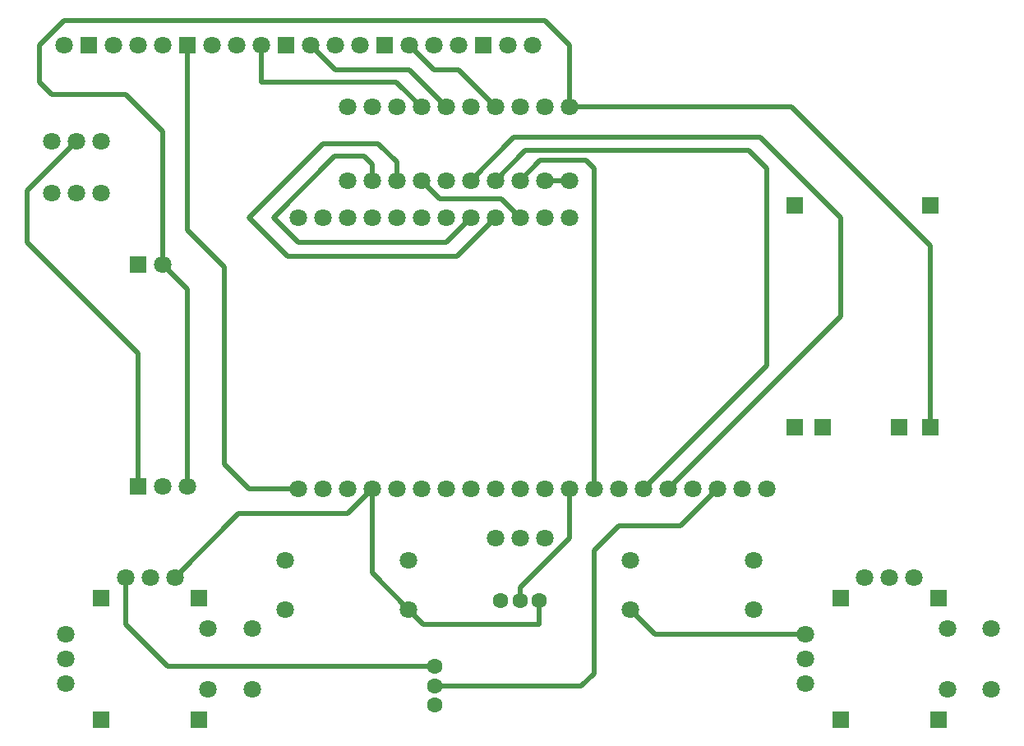
<source format=gbl>
%TF.GenerationSoftware,KiCad,Pcbnew,9.0.0*%
%TF.CreationDate,2025-03-19T00:30:10-07:00*%
%TF.ProjectId,remote,72656d6f-7465-42e6-9b69-6361645f7063,v0.3*%
%TF.SameCoordinates,Original*%
%TF.FileFunction,Copper,L2,Bot*%
%TF.FilePolarity,Positive*%
%FSLAX46Y46*%
G04 Gerber Fmt 4.6, Leading zero omitted, Abs format (unit mm)*
G04 Created by KiCad (PCBNEW 9.0.0) date 2025-03-19 00:30:10*
%MOMM*%
%LPD*%
G01*
G04 APERTURE LIST*
%TA.AperFunction,ComponentPad*%
%ADD10C,1.600000*%
%TD*%
%TA.AperFunction,ComponentPad*%
%ADD11C,1.800000*%
%TD*%
%TA.AperFunction,ComponentPad*%
%ADD12R,1.800000X1.800000*%
%TD*%
%TA.AperFunction,Conductor*%
%ADD13C,0.500000*%
%TD*%
%TA.AperFunction,Conductor*%
%ADD14C,0.300000*%
%TD*%
G04 APERTURE END LIST*
D10*
%TO.P,MINI_THUNSTICK1,1,-*%
%TO.N,Net-(BUTTON1-S1_2)*%
X141060000Y-129019000D03*
%TO.P,MINI_THUNSTICK1,2,X*%
%TO.N,Net-(ESP32_UWB1-IO35)*%
X141060000Y-127019000D03*
%TO.P,MINI_THUNSTICK1,3,+*%
%TO.N,Net-(ESP32_UWB1-3V3)*%
X141060000Y-125019000D03*
%TO.P,MINI_THUNSTICK1,4,-*%
%TO.N,Net-(BUTTON1-S1_2)*%
X151860000Y-118219000D03*
%TO.P,MINI_THUNSTICK1,5,Y*%
%TO.N,Net-(ESP32_UWB1-IO25)*%
X149860000Y-118219000D03*
%TO.P,MINI_THUNSTICK1,6,+*%
%TO.N,Net-(ESP32_UWB1-3V3)*%
X147860000Y-118219000D03*
%TD*%
D11*
%TO.P,RGB_LED4,1,R*%
%TO.N,Net-(RGB_LED4-R)*%
X133350000Y-60979000D03*
D12*
%TO.P,RGB_LED4,2,VCC*%
%TO.N,Net-(ESP32_UWB1-3V3)*%
X135890000Y-60979000D03*
D11*
%TO.P,RGB_LED4,3,G*%
%TO.N,Net-(RGB_LED4-G)*%
X138430000Y-60979000D03*
%TO.P,RGB_LED4,4,B*%
%TO.N,unconnected-(RGB_LED4-B-Pad4)*%
X140970000Y-60979000D03*
%TD*%
%TO.P,R8,1*%
%TO.N,Net-(ESP32_UWB1-IO26)*%
X149860000Y-74949000D03*
%TO.P,R8,2*%
%TO.N,Net-(RGB_LED5-B)*%
X149860000Y-67329000D03*
%TD*%
%TO.P,R2,1*%
%TO.N,Net-(ESP32_UWB1-IO16)*%
X134620000Y-74949000D03*
%TO.P,R2,2*%
%TO.N,Net-(RGB_LED1-G)*%
X134620000Y-67329000D03*
%TD*%
D12*
%TO.P,THUMBSTICK1,*%
%TO.N,*%
X192980000Y-130480058D03*
X192980000Y-117980058D03*
X182880000Y-130480058D03*
X182880000Y-117980058D03*
D11*
%TO.P,THUMBSTICK1,1,-*%
%TO.N,unconnected-(THUMBSTICK1---Pad1)*%
X190470000Y-115830058D03*
%TO.P,THUMBSTICK1,2,X*%
%TO.N,unconnected-(THUMBSTICK1-X-Pad2)*%
X187930000Y-115830058D03*
%TO.P,THUMBSTICK1,3,+*%
%TO.N,unconnected-(THUMBSTICK1-+-Pad3)*%
X185390000Y-115830058D03*
%TO.P,THUMBSTICK1,4,-*%
%TO.N,Net-(BUTTON1-S1_2)*%
X179230000Y-121690058D03*
%TO.P,THUMBSTICK1,5,Y*%
%TO.N,Net-(ESP32_UWB1-IO36)*%
X179230000Y-124230058D03*
%TO.P,THUMBSTICK1,6,+*%
%TO.N,Net-(ESP32_UWB1-3V3)*%
X179230000Y-126770058D03*
%TO.P,THUMBSTICK1,7,S1_1*%
%TO.N,unconnected-(THUMBSTICK1-S1_1-Pad7)*%
X193880000Y-127380058D03*
%TO.P,THUMBSTICK1,8,S1_2*%
%TO.N,unconnected-(THUMBSTICK1-S1_2-Pad8)*%
X198430000Y-127380058D03*
%TO.P,THUMBSTICK1,9,S2_1*%
%TO.N,unconnected-(THUMBSTICK1-S2_1-Pad9)*%
X193880000Y-121080058D03*
%TO.P,THUMBSTICK1,10,S2_2*%
%TO.N,unconnected-(THUMBSTICK1-S2_2-Pad10)*%
X198430000Y-121080058D03*
%TD*%
%TO.P,R4,1*%
%TO.N,Net-(ESP32_UWB1-IO21)*%
X139700000Y-74949000D03*
%TO.P,R4,2*%
%TO.N,Net-(RGB_LED3-R)*%
X139700000Y-67329000D03*
%TD*%
%TO.P,R9,1*%
%TO.N,Net-(ESP32_UWB1-IO39)*%
X152400000Y-74949000D03*
%TO.P,R9,2*%
%TO.N,Net-(5V_DC_DC_CONVERTER1-IN_+)*%
X152400000Y-67329000D03*
%TD*%
%TO.P,ESP32_UWB1,1,3V3*%
%TO.N,Net-(ESP32_UWB1-3V3)*%
X127000000Y-106699000D03*
%TO.P,ESP32_UWB1,2,GND*%
%TO.N,Net-(ESP32_UWB1-GND-Pad2)*%
X129540000Y-106699000D03*
%TO.P,ESP32_UWB1,3,RST*%
%TO.N,unconnected-(ESP32_UWB1-RST-Pad3)*%
X132080000Y-106699000D03*
%TO.P,ESP32_UWB1,4,GND*%
%TO.N,Net-(BUTTON1-S1_2)*%
X134620000Y-106699000D03*
%TO.P,ESP32_UWB1,5,IO2*%
%TO.N,Net-(ESP32_UWB1-IO2)*%
X137160000Y-106699000D03*
%TO.P,ESP32_UWB1,6,IO12*%
%TO.N,Net-(ESP32_UWB1-IO12)*%
X139700000Y-106699000D03*
%TO.P,ESP32_UWB1,7,IO13*%
%TO.N,Net-(BUTTON2-S2_1)*%
X142240000Y-106699000D03*
%TO.P,ESP32_UWB1,8,IO14*%
%TO.N,Net-(ESP32_UWB1-IO14)*%
X144780000Y-106699000D03*
%TO.P,ESP32_UWB1,9,IO15*%
%TO.N,Net-(BUTTON1-S1_1)*%
X147320000Y-106699000D03*
%TO.P,ESP32_UWB1,10,IO18*%
%TO.N,unconnected-(ESP32_UWB1-IO18-Pad10)*%
X149860000Y-106699000D03*
%TO.P,ESP32_UWB1,11,IO19*%
%TO.N,unconnected-(ESP32_UWB1-IO19-Pad11)*%
X152400000Y-106699000D03*
%TO.P,ESP32_UWB1,12,IO25*%
%TO.N,Net-(ESP32_UWB1-IO25)*%
X154940000Y-106699000D03*
%TO.P,ESP32_UWB1,13,IO26*%
%TO.N,Net-(ESP32_UWB1-IO26)*%
X157480000Y-106699000D03*
%TO.P,ESP32_UWB1,14,IO27*%
%TO.N,unconnected-(ESP32_UWB1-IO27-Pad14)*%
X160020000Y-106699000D03*
%TO.P,ESP32_UWB1,15,IO32*%
%TO.N,Net-(ESP32_UWB1-IO32)*%
X162560000Y-106699000D03*
%TO.P,ESP32_UWB1,16,IO33*%
%TO.N,Net-(ESP32_UWB1-IO33)*%
X165100000Y-106699000D03*
%TO.P,ESP32_UWB1,17,IO34*%
%TO.N,unconnected-(ESP32_UWB1-IO34-Pad17)*%
X167640000Y-106699000D03*
%TO.P,ESP32_UWB1,18,IO35*%
%TO.N,Net-(ESP32_UWB1-IO35)*%
X170180000Y-106699000D03*
%TO.P,ESP32_UWB1,19,IO36*%
%TO.N,Net-(ESP32_UWB1-IO36)*%
X172720000Y-106699000D03*
%TO.P,ESP32_UWB1,20,IO39*%
%TO.N,Net-(ESP32_UWB1-IO39)*%
X175260000Y-106699000D03*
%TO.P,ESP32_UWB1,21,5V0*%
%TO.N,Net-(5V_DC_DC_CONVERTER1-OUT_+)*%
X127000000Y-78759000D03*
%TO.P,ESP32_UWB1,22,GND*%
%TO.N,Net-(3.7V_BATTERY_CHARGER1-OUT-)*%
X129540000Y-78759000D03*
%TO.P,ESP32_UWB1,23,IO3*%
%TO.N,unconnected-(ESP32_UWB1-IO3-Pad23)*%
X132080000Y-78759000D03*
%TO.P,ESP32_UWB1,24,IO1*%
%TO.N,unconnected-(ESP32_UWB1-IO1-Pad24)*%
X134620000Y-78759000D03*
%TO.P,ESP32_UWB1,25,IO0*%
%TO.N,unconnected-(ESP32_UWB1-IO0-Pad25)*%
X137160000Y-78759000D03*
%TO.P,ESP32_UWB1,26,IO4*%
%TO.N,unconnected-(ESP32_UWB1-IO4-Pad26)*%
X139700000Y-78759000D03*
%TO.P,ESP32_UWB1,27,IO5*%
%TO.N,Net-(ESP32_UWB1-IO5)*%
X142240000Y-78759000D03*
%TO.P,ESP32_UWB1,28,IO16*%
%TO.N,Net-(ESP32_UWB1-IO16)*%
X144780000Y-78759000D03*
%TO.P,ESP32_UWB1,29,IO17*%
%TO.N,Net-(ESP32_UWB1-IO17)*%
X147320000Y-78759000D03*
%TO.P,ESP32_UWB1,30,IO21*%
%TO.N,Net-(ESP32_UWB1-IO21)*%
X149860000Y-78759000D03*
%TO.P,ESP32_UWB1,31,IO22*%
%TO.N,Net-(ESP32_UWB1-IO22)*%
X152400000Y-78759000D03*
%TO.P,ESP32_UWB1,32,IO23*%
%TO.N,unconnected-(ESP32_UWB1-IO23-Pad32)*%
X154940000Y-78759000D03*
%TD*%
%TO.P,ON_OFF_SWITCH1,1*%
%TO.N,unconnected-(ON_OFF_SWITCH1-Pad1)*%
X101600000Y-70890058D03*
%TO.P,ON_OFF_SWITCH1,2*%
%TO.N,Net-(5V_DC_DC_CONVERTER1-IN_+)*%
X104140000Y-70890058D03*
%TO.P,ON_OFF_SWITCH1,3*%
%TO.N,Net-(3.7V_BATTERY_CHARGER1-OUT+)*%
X106680000Y-70890058D03*
%TD*%
%TO.P,R7,1*%
%TO.N,Net-(ESP32_UWB1-IO32)*%
X147320000Y-74949000D03*
%TO.P,R7,2*%
%TO.N,Net-(RGB_LED4-G)*%
X147320000Y-67329000D03*
%TD*%
%TO.P,BUTTON2,1,S1_1*%
%TO.N,unconnected-(BUTTON2-S1_1-Pad1)*%
X125700000Y-114070058D03*
%TO.P,BUTTON2,2,S1_2*%
%TO.N,unconnected-(BUTTON2-S1_2-Pad2)*%
X125700000Y-119150058D03*
%TO.P,BUTTON2,3,S2_1*%
%TO.N,Net-(BUTTON2-S2_1)*%
X138400000Y-114070058D03*
%TO.P,BUTTON2,4,S2_2*%
%TO.N,Net-(BUTTON1-S1_2)*%
X138400000Y-119150058D03*
%TD*%
%TO.P,RGB_LED1,1,R*%
%TO.N,Net-(RGB_LED1-R)*%
X102870000Y-60979000D03*
D12*
%TO.P,RGB_LED1,2,VCC*%
%TO.N,Net-(ESP32_UWB1-3V3)*%
X105410000Y-60979000D03*
D11*
%TO.P,RGB_LED1,3,G*%
%TO.N,Net-(RGB_LED1-G)*%
X107950000Y-60979000D03*
%TO.P,RGB_LED1,4,B*%
%TO.N,unconnected-(RGB_LED1-B-Pad4)*%
X110490000Y-60979000D03*
%TD*%
%TO.P,R1,1*%
%TO.N,Net-(ESP32_UWB1-IO5)*%
X132080000Y-74949000D03*
%TO.P,R1,2*%
%TO.N,Net-(RGB_LED1-R)*%
X132080000Y-67329000D03*
%TD*%
D12*
%TO.P,THUMBSTICK2,*%
%TO.N,*%
X116810000Y-130480058D03*
X116810000Y-117980058D03*
X106710000Y-130480058D03*
X106710000Y-117980058D03*
D11*
%TO.P,THUMBSTICK2,1,-*%
%TO.N,Net-(BUTTON1-S1_2)*%
X114300000Y-115830058D03*
%TO.P,THUMBSTICK2,2,X*%
%TO.N,Net-(ESP32_UWB1-IO2)*%
X111760000Y-115830058D03*
%TO.P,THUMBSTICK2,3,+*%
%TO.N,Net-(ESP32_UWB1-3V3)*%
X109220000Y-115830058D03*
%TO.P,THUMBSTICK2,4,-*%
%TO.N,unconnected-(THUMBSTICK2---Pad4)*%
X103060000Y-121690058D03*
%TO.P,THUMBSTICK2,5,Y*%
%TO.N,unconnected-(THUMBSTICK2-Y-Pad5)*%
X103060000Y-124230058D03*
%TO.P,THUMBSTICK2,6,+*%
%TO.N,unconnected-(THUMBSTICK2-+-Pad6)*%
X103060000Y-126770058D03*
%TO.P,THUMBSTICK2,7,S1_1*%
%TO.N,unconnected-(THUMBSTICK2-S1_1-Pad7)*%
X117710000Y-127380058D03*
%TO.P,THUMBSTICK2,8,S1_2*%
%TO.N,unconnected-(THUMBSTICK2-S1_2-Pad8)*%
X122260000Y-127380058D03*
%TO.P,THUMBSTICK2,9,S2_1*%
%TO.N,unconnected-(THUMBSTICK2-S2_1-Pad9)*%
X117710000Y-121080058D03*
%TO.P,THUMBSTICK2,10,S2_2*%
%TO.N,unconnected-(THUMBSTICK2-S2_2-Pad10)*%
X122260000Y-121080058D03*
%TD*%
D12*
%TO.P,5V_DC_DC_CONVERTER1,1,IN_+*%
%TO.N,Net-(5V_DC_DC_CONVERTER1-IN_+)*%
X110490000Y-106450058D03*
D11*
%TO.P,5V_DC_DC_CONVERTER1,2,CTL*%
%TO.N,unconnected-(5V_DC_DC_CONVERTER1-CTL-Pad2)*%
X113030000Y-106450058D03*
%TO.P,5V_DC_DC_CONVERTER1,3,IN_-*%
%TO.N,Net-(3.7V_BATTERY_CHARGER1-OUT-)*%
X115570000Y-106450058D03*
D12*
%TO.P,5V_DC_DC_CONVERTER1,4,OUT_+*%
%TO.N,Net-(5V_DC_DC_CONVERTER1-OUT_+)*%
X110490000Y-83590058D03*
D11*
%TO.P,5V_DC_DC_CONVERTER1,5,OUT_-*%
%TO.N,Net-(3.7V_BATTERY_CHARGER1-OUT-)*%
X113030000Y-83590058D03*
%TD*%
%TO.P,BUTTON1,1,S1_1*%
%TO.N,Net-(BUTTON1-S1_1)*%
X161260000Y-114070058D03*
%TO.P,BUTTON1,2,S1_2*%
%TO.N,Net-(BUTTON1-S1_2)*%
X161260000Y-119150058D03*
%TO.P,BUTTON1,3,S2_1*%
%TO.N,unconnected-(BUTTON1-S2_1-Pad3)*%
X173960000Y-114070058D03*
%TO.P,BUTTON1,4,S2_2*%
%TO.N,unconnected-(BUTTON1-S2_2-Pad4)*%
X173960000Y-119150058D03*
%TD*%
%TO.P,RGB_LED2,1,R*%
%TO.N,unconnected-(RGB_LED2-R-Pad1)*%
X113030000Y-60979000D03*
D12*
%TO.P,RGB_LED2,2,VCC*%
%TO.N,Net-(ESP32_UWB1-3V3)*%
X115570000Y-60979000D03*
D11*
%TO.P,RGB_LED2,3,G*%
%TO.N,unconnected-(RGB_LED2-G-Pad3)*%
X118110000Y-60979000D03*
%TO.P,RGB_LED2,4,B*%
%TO.N,Net-(RGB_LED2-B)*%
X120650000Y-60979000D03*
%TD*%
%TO.P,R6,1*%
%TO.N,Net-(ESP32_UWB1-IO33)*%
X144780000Y-74949000D03*
%TO.P,R6,2*%
%TO.N,Net-(RGB_LED4-R)*%
X144780000Y-67329000D03*
%TD*%
%TO.P,R10,1*%
%TO.N,Net-(ESP32_UWB1-IO39)*%
X154940000Y-74949000D03*
%TO.P,R10,2*%
%TO.N,Net-(3.7V_BATTERY_CHARGER1-OUT-)*%
X154940000Y-67329000D03*
%TD*%
%TO.P,RGB_LED3,1,R*%
%TO.N,Net-(RGB_LED3-R)*%
X123190000Y-60979000D03*
D12*
%TO.P,RGB_LED3,2,VCC*%
%TO.N,Net-(ESP32_UWB1-3V3)*%
X125730000Y-60979000D03*
D11*
%TO.P,RGB_LED3,3,G*%
%TO.N,Net-(RGB_LED3-G)*%
X128270000Y-60979000D03*
%TO.P,RGB_LED3,4,B*%
%TO.N,unconnected-(RGB_LED3-B-Pad4)*%
X130810000Y-60979000D03*
%TD*%
%TO.P,LOCK_SWITCH1,1*%
%TO.N,unconnected-(LOCK_SWITCH1-Pad1)*%
X147320000Y-111779000D03*
%TO.P,LOCK_SWITCH1,2*%
%TO.N,Net-(ESP32_UWB1-IO14)*%
X149860000Y-111779000D03*
%TO.P,LOCK_SWITCH1,3*%
%TO.N,Net-(BUTTON1-S1_2)*%
X152400000Y-111779000D03*
%TD*%
%TO.P,R3,1*%
%TO.N,Net-(ESP32_UWB1-IO17)*%
X137160000Y-74949000D03*
%TO.P,R3,2*%
%TO.N,Net-(RGB_LED2-B)*%
X137160000Y-67329000D03*
%TD*%
%TO.P,UWB_SELECTOR1,1*%
%TO.N,unconnected-(UWB_SELECTOR1-Pad1)*%
X101600000Y-76200000D03*
%TO.P,UWB_SELECTOR1,2*%
%TO.N,Net-(ESP32_UWB1-GND-Pad2)*%
X104140000Y-76200000D03*
%TO.P,UWB_SELECTOR1,3*%
%TO.N,Net-(ESP32_UWB1-IO12)*%
X106680000Y-76200000D03*
%TD*%
%TO.P,R5,1*%
%TO.N,Net-(ESP32_UWB1-IO22)*%
X142240000Y-74949000D03*
%TO.P,R5,2*%
%TO.N,Net-(RGB_LED3-G)*%
X142240000Y-67329000D03*
%TD*%
%TO.P,RGB_LED5,1,R*%
%TO.N,unconnected-(RGB_LED5-R-Pad1)*%
X143510000Y-60979000D03*
D12*
%TO.P,RGB_LED5,2,VCC*%
%TO.N,Net-(ESP32_UWB1-3V3)*%
X146050000Y-60979000D03*
D11*
%TO.P,RGB_LED5,3,G*%
%TO.N,unconnected-(RGB_LED5-G-Pad3)*%
X148590000Y-60979000D03*
%TO.P,RGB_LED5,4,B*%
%TO.N,Net-(RGB_LED5-B)*%
X151130000Y-60979000D03*
%TD*%
D12*
%TO.P,3.7V_BATTERY_CHARGER1,1,+*%
%TO.N,unconnected-(3.7V_BATTERY_CHARGER1-+-Pad1)*%
X178175000Y-77470000D03*
%TO.P,3.7V_BATTERY_CHARGER1,2,-*%
%TO.N,unconnected-(3.7V_BATTERY_CHARGER1---Pad2)*%
X192145000Y-77470000D03*
%TO.P,3.7V_BATTERY_CHARGER1,3,OUT+*%
%TO.N,Net-(3.7V_BATTERY_CHARGER1-OUT+)*%
X178175000Y-100330000D03*
%TO.P,3.7V_BATTERY_CHARGER1,4,B+*%
%TO.N,unconnected-(3.7V_BATTERY_CHARGER1-B+-Pad4)*%
X181075000Y-100330000D03*
%TO.P,3.7V_BATTERY_CHARGER1,5,B-*%
%TO.N,unconnected-(3.7V_BATTERY_CHARGER1-B--Pad5)*%
X188945000Y-100330000D03*
%TO.P,3.7V_BATTERY_CHARGER1,6,OUT-*%
%TO.N,Net-(3.7V_BATTERY_CHARGER1-OUT-)*%
X192145000Y-100330000D03*
%TD*%
D13*
%TO.N,Net-(ESP32_UWB1-IO25)*%
X149860000Y-118219000D02*
X149860000Y-116840000D01*
X149860000Y-116840000D02*
X154940000Y-111760000D01*
X154940000Y-111760000D02*
X154940000Y-106699000D01*
%TO.N,Net-(BUTTON1-S1_2)*%
X151860000Y-118219000D02*
X151860000Y-120650000D01*
X151860000Y-120650000D02*
X139899942Y-120650000D01*
X139899942Y-120650000D02*
X138400000Y-119150058D01*
%TO.N,Net-(3.7V_BATTERY_CHARGER1-OUT-)*%
X115570000Y-86130058D02*
X115570000Y-106450058D01*
X102870000Y-58420000D02*
X152400000Y-58420000D01*
X113030000Y-83590058D02*
X115570000Y-86130058D01*
X192145000Y-81655000D02*
X177819000Y-67329000D01*
X152400000Y-58420000D02*
X154940000Y-60960000D01*
X109220000Y-66040000D02*
X101600000Y-66040000D01*
X192145000Y-100330000D02*
X192145000Y-81655000D01*
X101600000Y-66040000D02*
X100330000Y-64770000D01*
X154940000Y-60960000D02*
X154940000Y-67329000D01*
X100330000Y-64770000D02*
X100330000Y-60960000D01*
X113030000Y-83590058D02*
X113030000Y-69850000D01*
X113030000Y-69850000D02*
X109220000Y-66040000D01*
X100330000Y-60960000D02*
X102870000Y-58420000D01*
X177819000Y-67329000D02*
X154940000Y-67329000D01*
%TO.N,Net-(5V_DC_DC_CONVERTER1-IN_+)*%
X110490000Y-92710000D02*
X110490000Y-106450058D01*
X99060000Y-81280000D02*
X110490000Y-92710000D01*
X104140000Y-70890058D02*
X99060000Y-75970058D01*
X99060000Y-75970058D02*
X99060000Y-81280000D01*
%TO.N,Net-(ESP32_UWB1-3V3)*%
X115570000Y-80010000D02*
X119380000Y-83820000D01*
X109220000Y-120650000D02*
X113589000Y-125019000D01*
X115570000Y-60979000D02*
X115570000Y-80010000D01*
X113589000Y-125019000D02*
X141060000Y-125019000D01*
X121939000Y-106699000D02*
X127000000Y-106699000D01*
X119380000Y-83820000D02*
X119380000Y-104140000D01*
X109220000Y-115830058D02*
X109220000Y-120650000D01*
X119380000Y-104140000D02*
X121939000Y-106699000D01*
%TO.N,Net-(ESP32_UWB1-IO39)*%
X152400000Y-74949000D02*
X154940000Y-74949000D01*
%TO.N,Net-(ESP32_UWB1-IO17)*%
X143365313Y-82713687D02*
X147320000Y-78759000D01*
X129540000Y-71120000D02*
X121920000Y-78740000D01*
X137160000Y-74949000D02*
X137160000Y-73034500D01*
X121920000Y-78740000D02*
X125893687Y-82713687D01*
X125893687Y-82713687D02*
X143365313Y-82713687D01*
X135245500Y-71120000D02*
X129540000Y-71120000D01*
X137160000Y-73034500D02*
X135245500Y-71120000D01*
%TO.N,Net-(ESP32_UWB1-IO21)*%
X149860000Y-78759000D02*
X147955000Y-76854000D01*
X147955000Y-76854000D02*
X141605000Y-76854000D01*
X141605000Y-76854000D02*
X139700000Y-74949000D01*
D14*
%TO.N,Net-(ESP32_UWB1-IO22)*%
X153170818Y-78759000D02*
X152400000Y-78759000D01*
X152899182Y-78759000D02*
X152400000Y-78759000D01*
D13*
%TO.N,Net-(RGB_LED3-R)*%
X123190000Y-64770000D02*
X137141000Y-64770000D01*
X137141000Y-64770000D02*
X139700000Y-67329000D01*
X123190000Y-60979000D02*
X123190000Y-64770000D01*
%TO.N,Net-(RGB_LED3-G)*%
X128270000Y-60979000D02*
X130810000Y-63519000D01*
X138430000Y-63519000D02*
X142240000Y-67329000D01*
X130810000Y-63519000D02*
X138430000Y-63519000D01*
%TO.N,Net-(ESP32_UWB1-IO33)*%
X182880000Y-88919000D02*
X165100000Y-106699000D01*
X182880000Y-78740000D02*
X182880000Y-88919000D01*
X144780000Y-74949000D02*
X149229000Y-70500000D01*
X149229000Y-70500000D02*
X174640000Y-70500000D01*
X174640000Y-70500000D02*
X182880000Y-78740000D01*
%TO.N,Net-(ESP32_UWB1-IO26)*%
X151962940Y-72846060D02*
X156666060Y-72846060D01*
X149860000Y-74949000D02*
X151962940Y-72846060D01*
X156666060Y-72846060D02*
X157480000Y-73660000D01*
X157480000Y-106699000D02*
X157480000Y-73660000D01*
%TO.N,Net-(RGB_LED4-G)*%
X143510000Y-63519000D02*
X147320000Y-67329000D01*
X140970000Y-63519000D02*
X143510000Y-63519000D01*
X138430000Y-60979000D02*
X140970000Y-63519000D01*
%TO.N,Net-(BUTTON1-S1_2)*%
X163800000Y-121690058D02*
X161260000Y-119150058D01*
X179230000Y-121690058D02*
X163800000Y-121690058D01*
X138400000Y-119150058D02*
X134620000Y-115370058D01*
X120891058Y-109239000D02*
X132080000Y-109239000D01*
X134620000Y-115370058D02*
X134620000Y-106699000D01*
X114300000Y-115830058D02*
X120891058Y-109239000D01*
X132080000Y-109239000D02*
X134620000Y-106699000D01*
D14*
X151860000Y-112319000D02*
X152400000Y-111779000D01*
D13*
%TO.N,Net-(ESP32_UWB1-IO35)*%
X156191000Y-127019000D02*
X141060000Y-127019000D01*
X157480000Y-125730000D02*
X156191000Y-127019000D01*
X166389000Y-110490000D02*
X160020000Y-110490000D01*
X160020000Y-110490000D02*
X157480000Y-113030000D01*
X157480000Y-113030000D02*
X157480000Y-125730000D01*
X170180000Y-106699000D02*
X166389000Y-110490000D01*
%TO.N,Net-(ESP32_UWB1-IO32)*%
X175260000Y-73660000D02*
X175260000Y-93999000D01*
X173440000Y-71840000D02*
X175260000Y-73660000D01*
X175260000Y-93999000D02*
X162560000Y-106699000D01*
X150429000Y-71840000D02*
X173440000Y-71840000D01*
X147320000Y-74949000D02*
X150429000Y-71840000D01*
%TO.N,Net-(ESP32_UWB1-IO16)*%
X134620000Y-73228087D02*
X134620000Y-74949000D01*
X127000000Y-81280000D02*
X124460000Y-78740000D01*
X142259000Y-81280000D02*
X127000000Y-81280000D01*
X133802566Y-72410653D02*
X134620000Y-73228087D01*
X124460000Y-78740000D02*
X130789347Y-72410653D01*
X144780000Y-78759000D02*
X142259000Y-81280000D01*
X130789347Y-72410653D02*
X133802566Y-72410653D01*
%TD*%
M02*

</source>
